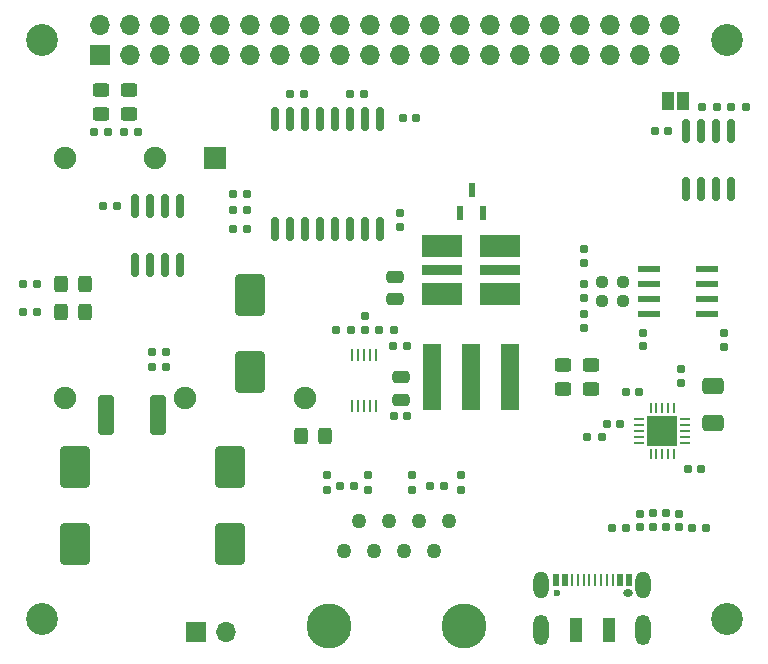
<source format=gts>
G04 #@! TF.GenerationSoftware,KiCad,Pcbnew,8.0.0*
G04 #@! TF.CreationDate,2024-07-06T17:56:43-07:00*
G04 #@! TF.ProjectId,rpi_hat_v1,7270695f-6861-4745-9f76-312e6b696361,rev?*
G04 #@! TF.SameCoordinates,Original*
G04 #@! TF.FileFunction,Soldermask,Top*
G04 #@! TF.FilePolarity,Negative*
%FSLAX46Y46*%
G04 Gerber Fmt 4.6, Leading zero omitted, Abs format (unit mm)*
G04 Created by KiCad (PCBNEW 8.0.0) date 2024-07-06 17:56:43*
%MOMM*%
%LPD*%
G01*
G04 APERTURE LIST*
G04 Aperture macros list*
%AMRoundRect*
0 Rectangle with rounded corners*
0 $1 Rounding radius*
0 $2 $3 $4 $5 $6 $7 $8 $9 X,Y pos of 4 corners*
0 Add a 4 corners polygon primitive as box body*
4,1,4,$2,$3,$4,$5,$6,$7,$8,$9,$2,$3,0*
0 Add four circle primitives for the rounded corners*
1,1,$1+$1,$2,$3*
1,1,$1+$1,$4,$5*
1,1,$1+$1,$6,$7*
1,1,$1+$1,$8,$9*
0 Add four rect primitives between the rounded corners*
20,1,$1+$1,$2,$3,$4,$5,0*
20,1,$1+$1,$4,$5,$6,$7,0*
20,1,$1+$1,$6,$7,$8,$9,0*
20,1,$1+$1,$8,$9,$2,$3,0*%
G04 Aperture macros list end*
%ADD10RoundRect,0.250000X-1.000000X1.500000X-1.000000X-1.500000X1.000000X-1.500000X1.000000X1.500000X0*%
%ADD11RoundRect,0.160000X0.197500X0.160000X-0.197500X0.160000X-0.197500X-0.160000X0.197500X-0.160000X0*%
%ADD12C,2.700000*%
%ADD13RoundRect,0.250000X-0.325000X-0.450000X0.325000X-0.450000X0.325000X0.450000X-0.325000X0.450000X0*%
%ADD14RoundRect,0.160000X-0.197500X-0.160000X0.197500X-0.160000X0.197500X0.160000X-0.197500X0.160000X0*%
%ADD15RoundRect,0.155000X-0.155000X0.212500X-0.155000X-0.212500X0.155000X-0.212500X0.155000X0.212500X0*%
%ADD16RoundRect,0.155000X0.155000X-0.212500X0.155000X0.212500X-0.155000X0.212500X-0.155000X-0.212500X0*%
%ADD17RoundRect,0.062500X0.350000X0.062500X-0.350000X0.062500X-0.350000X-0.062500X0.350000X-0.062500X0*%
%ADD18RoundRect,0.062500X0.062500X0.350000X-0.062500X0.350000X-0.062500X-0.350000X0.062500X-0.350000X0*%
%ADD19R,2.500000X2.500000*%
%ADD20RoundRect,0.250000X0.650000X-0.412500X0.650000X0.412500X-0.650000X0.412500X-0.650000X-0.412500X0*%
%ADD21RoundRect,0.150000X0.150000X-0.825000X0.150000X0.825000X-0.150000X0.825000X-0.150000X-0.825000X0*%
%ADD22R,1.600200X5.588000*%
%ADD23RoundRect,0.155000X-0.212500X-0.155000X0.212500X-0.155000X0.212500X0.155000X-0.212500X0.155000X0*%
%ADD24RoundRect,0.160000X-0.160000X0.197500X-0.160000X-0.197500X0.160000X-0.197500X0.160000X0.197500X0*%
%ADD25RoundRect,0.150000X-0.150000X0.875000X-0.150000X-0.875000X0.150000X-0.875000X0.150000X0.875000X0*%
%ADD26RoundRect,0.160000X0.160000X-0.197500X0.160000X0.197500X-0.160000X0.197500X-0.160000X-0.197500X0*%
%ADD27RoundRect,0.250000X0.450000X-0.325000X0.450000X0.325000X-0.450000X0.325000X-0.450000X-0.325000X0*%
%ADD28R,1.000000X1.500000*%
%ADD29RoundRect,0.155000X0.212500X0.155000X-0.212500X0.155000X-0.212500X-0.155000X0.212500X-0.155000X0*%
%ADD30RoundRect,0.250000X-0.450000X0.325000X-0.450000X-0.325000X0.450000X-0.325000X0.450000X0.325000X0*%
%ADD31R,0.250000X1.100000*%
%ADD32RoundRect,0.250000X0.475000X-0.250000X0.475000X0.250000X-0.475000X0.250000X-0.475000X-0.250000X0*%
%ADD33RoundRect,0.250000X0.400000X1.450000X-0.400000X1.450000X-0.400000X-1.450000X0.400000X-1.450000X0*%
%ADD34C,0.600000*%
%ADD35R,1.000000X2.000000*%
%ADD36O,0.850000X0.600000*%
%ADD37R,0.520000X1.000000*%
%ADD38R,0.270000X1.000000*%
%ADD39O,1.300000X2.300000*%
%ADD40O,1.300000X2.600000*%
%ADD41R,3.403600X1.854200*%
%ADD42R,3.403600X0.812800*%
%ADD43R,1.700000X1.700000*%
%ADD44O,1.700000X1.700000*%
%ADD45RoundRect,0.237500X0.250000X0.237500X-0.250000X0.237500X-0.250000X-0.237500X0.250000X-0.237500X0*%
%ADD46R,0.558800X1.295400*%
%ADD47C,1.270000*%
%ADD48C,3.810000*%
%ADD49R,1.981200X0.558800*%
%ADD50RoundRect,0.102000X0.855000X0.855000X-0.855000X0.855000X-0.855000X-0.855000X0.855000X-0.855000X0*%
%ADD51C,1.914000*%
G04 APERTURE END LIST*
D10*
X121125000Y-69092500D03*
X121125000Y-75592500D03*
D11*
X111572500Y-55275000D03*
X110377500Y-55275000D03*
D12*
X161500000Y-47500000D03*
D13*
X125400000Y-81050000D03*
X127450000Y-81050000D03*
D14*
X107902500Y-55275000D03*
X109097500Y-55275000D03*
D15*
X154375000Y-72282500D03*
X154375000Y-73417500D03*
D16*
X133807500Y-63292500D03*
X133807500Y-62157500D03*
D17*
X157937500Y-81575000D03*
X157937500Y-81075000D03*
X157937500Y-80575000D03*
X157937500Y-80075000D03*
X157937500Y-79575000D03*
D18*
X157000000Y-78637500D03*
X156500000Y-78637500D03*
X156000000Y-78637500D03*
X155500000Y-78637500D03*
X155000000Y-78637500D03*
D17*
X154062500Y-79575000D03*
X154062500Y-80075000D03*
X154062500Y-80575000D03*
X154062500Y-81075000D03*
X154062500Y-81575000D03*
D18*
X155000000Y-82512500D03*
X155500000Y-82512500D03*
X156000000Y-82512500D03*
X156500000Y-82512500D03*
X157000000Y-82512500D03*
D19*
X156000000Y-80575000D03*
D20*
X160250000Y-79937500D03*
X160250000Y-76812500D03*
D21*
X111385000Y-66510000D03*
X112655000Y-66510000D03*
X113925000Y-66510000D03*
X115195000Y-66510000D03*
X115195000Y-61560000D03*
X113925000Y-61560000D03*
X112655000Y-61560000D03*
X111385000Y-61560000D03*
D22*
X143100001Y-75975000D03*
X139800000Y-75975000D03*
X136499999Y-75975000D03*
D23*
X158132500Y-83825000D03*
X159267500Y-83825000D03*
D24*
X157550000Y-75302500D03*
X157550000Y-76497500D03*
D11*
X103022500Y-68150000D03*
X101827500Y-68150000D03*
D25*
X132075000Y-54150000D03*
X130805000Y-54150000D03*
X129535000Y-54150000D03*
X128265000Y-54150000D03*
X126995000Y-54150000D03*
X125725000Y-54150000D03*
X124455000Y-54150000D03*
X123185000Y-54150000D03*
X123185000Y-63450000D03*
X124455000Y-63450000D03*
X125725000Y-63450000D03*
X126995000Y-63450000D03*
X128265000Y-63450000D03*
X129535000Y-63450000D03*
X130805000Y-63450000D03*
X132075000Y-63450000D03*
D11*
X129922500Y-85250000D03*
X128727500Y-85250000D03*
D23*
X133257500Y-79300000D03*
X134392500Y-79300000D03*
D26*
X155179000Y-88752500D03*
X155179000Y-87557500D03*
D27*
X110850000Y-53750000D03*
X110850000Y-51700000D03*
D14*
X158538000Y-88785000D03*
X159733000Y-88785000D03*
D28*
X157745000Y-52650000D03*
X156445000Y-52650000D03*
D14*
X119655000Y-60500000D03*
X120850000Y-60500000D03*
D29*
X109792500Y-61500000D03*
X108657500Y-61500000D03*
D16*
X157400000Y-88742500D03*
X157400000Y-87607500D03*
D30*
X149950000Y-75025000D03*
X149950000Y-77075000D03*
D31*
X131725000Y-74150000D03*
X131225000Y-74150000D03*
X130725000Y-74150000D03*
X130225000Y-74150000D03*
X129725000Y-74150000D03*
X129725000Y-78450000D03*
X130225000Y-78450000D03*
X130725000Y-78450000D03*
X131225000Y-78450000D03*
X131725000Y-78450000D03*
D32*
X133875000Y-77925000D03*
X133875000Y-76025000D03*
D16*
X154073500Y-88742500D03*
X154073500Y-87607500D03*
D33*
X113325000Y-79200000D03*
X108875000Y-79200000D03*
D14*
X136302500Y-85250000D03*
X137497500Y-85250000D03*
X159397500Y-53125000D03*
X160592500Y-53125000D03*
D26*
X127625000Y-85545000D03*
X127625000Y-84350000D03*
D21*
X158040000Y-60100000D03*
X159310000Y-60100000D03*
X160580000Y-60100000D03*
X161850000Y-60100000D03*
X161850000Y-55150000D03*
X160580000Y-55150000D03*
X159310000Y-55150000D03*
X158040000Y-55150000D03*
D11*
X120847500Y-63450000D03*
X119652500Y-63450000D03*
D34*
X147075000Y-94325000D03*
D35*
X148675000Y-97425000D03*
X151475000Y-97425000D03*
D36*
X153075000Y-94325000D03*
D37*
X146975000Y-93225000D03*
X147725000Y-93225000D03*
D38*
X148325000Y-93225000D03*
X149825000Y-93225000D03*
X150825000Y-93225000D03*
X151825000Y-93225000D03*
D37*
X152425000Y-93225000D03*
X153175000Y-93225000D03*
X153175000Y-93225000D03*
X152425000Y-93225000D03*
D38*
X151325000Y-93225000D03*
X150325000Y-93225000D03*
X149325000Y-93225000D03*
X148825000Y-93225000D03*
D37*
X147725000Y-93225000D03*
X146975000Y-93225000D03*
D39*
X145755000Y-93600000D03*
D40*
X145755000Y-97425000D03*
D39*
X154395000Y-93600000D03*
D40*
X154395000Y-97425000D03*
D11*
X133245000Y-72055000D03*
X132050000Y-72055000D03*
D41*
X137375000Y-64961400D03*
X137375000Y-69000000D03*
D42*
X137375000Y-66980700D03*
D26*
X149350000Y-69370000D03*
X149350000Y-68175000D03*
X149350000Y-66397500D03*
X149350000Y-65202500D03*
D14*
X128405000Y-72055000D03*
X129600000Y-72055000D03*
D26*
X161202500Y-73497500D03*
X161202500Y-72302500D03*
X130825000Y-72022500D03*
X130825000Y-70827500D03*
D12*
X103500000Y-96500000D03*
D10*
X106300000Y-83650000D03*
X106300000Y-90150000D03*
D12*
X103500000Y-47500000D03*
D14*
X149655000Y-81100000D03*
X150850000Y-81100000D03*
D23*
X133207500Y-73425000D03*
X134342500Y-73425000D03*
D11*
X113975000Y-73900000D03*
X112780000Y-73900000D03*
D43*
X116510000Y-97600000D03*
D44*
X119050000Y-97600000D03*
D13*
X105100000Y-70500000D03*
X107150000Y-70500000D03*
D26*
X156294500Y-88752500D03*
X156294500Y-87557500D03*
D14*
X119655000Y-61837500D03*
X120850000Y-61837500D03*
D45*
X152675000Y-68000000D03*
X150850000Y-68000000D03*
D29*
X156512500Y-55150000D03*
X155377500Y-55150000D03*
D26*
X149325000Y-71847500D03*
X149325000Y-70652500D03*
D11*
X103022500Y-70500000D03*
X101827500Y-70500000D03*
D45*
X152675000Y-69550000D03*
X150850000Y-69550000D03*
D29*
X154017500Y-77300000D03*
X152882500Y-77300000D03*
D11*
X152935500Y-88785000D03*
X151740500Y-88785000D03*
D13*
X105100000Y-68150000D03*
X107150000Y-68150000D03*
D12*
X161500000Y-96500000D03*
D32*
X133325000Y-69450000D03*
X133325000Y-67550000D03*
D41*
X142250000Y-64961400D03*
X142250000Y-69000000D03*
D42*
X142250000Y-66980700D03*
D24*
X134800000Y-84350000D03*
X134800000Y-85545000D03*
D14*
X112780000Y-75150000D03*
X113975000Y-75150000D03*
D10*
X119375000Y-83650000D03*
X119375000Y-90150000D03*
D46*
X138900000Y-62105000D03*
X140800002Y-62105000D03*
X139850001Y-60200000D03*
D30*
X147577500Y-75025000D03*
X147577500Y-77075000D03*
D29*
X152417500Y-80037500D03*
X151282500Y-80037500D03*
D27*
X108477500Y-53750000D03*
X108477500Y-51700000D03*
D14*
X124505000Y-52050000D03*
X125700000Y-52050000D03*
D11*
X163042500Y-53125000D03*
X161847500Y-53125000D03*
D23*
X134040000Y-54125000D03*
X135175000Y-54125000D03*
D47*
X129055000Y-90721000D03*
X130325000Y-88181000D03*
X131595000Y-90721000D03*
X132865000Y-88181000D03*
X134135000Y-90721000D03*
X135405000Y-88181000D03*
X136675000Y-90721000D03*
X137945000Y-88181000D03*
D48*
X127785000Y-97071000D03*
X139215000Y-97071000D03*
D11*
X130745000Y-52050000D03*
X129550000Y-52050000D03*
D26*
X138950000Y-85545000D03*
X138950000Y-84350000D03*
D24*
X131075000Y-84350000D03*
X131075000Y-85545000D03*
D49*
X159788800Y-70680000D03*
X159788800Y-69410000D03*
X159788800Y-68140000D03*
X159788800Y-66870000D03*
X154861200Y-66870000D03*
X154861200Y-68140000D03*
X154861200Y-69410000D03*
X154861200Y-70680000D03*
D43*
X108370000Y-48770000D03*
D44*
X108370000Y-46230000D03*
X110910000Y-48770000D03*
X110910000Y-46230000D03*
X113450000Y-48770000D03*
X113450000Y-46230000D03*
X115990000Y-48770000D03*
X115990000Y-46230000D03*
X118530000Y-48770000D03*
X118530000Y-46230000D03*
X121070000Y-48770000D03*
X121070000Y-46230000D03*
X123610000Y-48770000D03*
X123610000Y-46230000D03*
X126150000Y-48770000D03*
X126150000Y-46230000D03*
X128690000Y-48770000D03*
X128690000Y-46230000D03*
X131230000Y-48770000D03*
X131230000Y-46230000D03*
X133770000Y-48770000D03*
X133770000Y-46230000D03*
X136310000Y-48770000D03*
X136310000Y-46230000D03*
X138850000Y-48770000D03*
X138850000Y-46230000D03*
X141390000Y-48770000D03*
X141390000Y-46230000D03*
X143930000Y-48770000D03*
X143930000Y-46230000D03*
X146470000Y-48770000D03*
X146470000Y-46230000D03*
X149010000Y-48770000D03*
X149010000Y-46230000D03*
X151550000Y-48770000D03*
X151550000Y-46230000D03*
X154090000Y-48770000D03*
X154090000Y-46230000D03*
X156630000Y-48770000D03*
X156630000Y-46230000D03*
D50*
X118165000Y-57490000D03*
D51*
X113085000Y-57490000D03*
X105465000Y-57490000D03*
X105465000Y-77810000D03*
X115625000Y-77810000D03*
X125785000Y-77810000D03*
M02*

</source>
